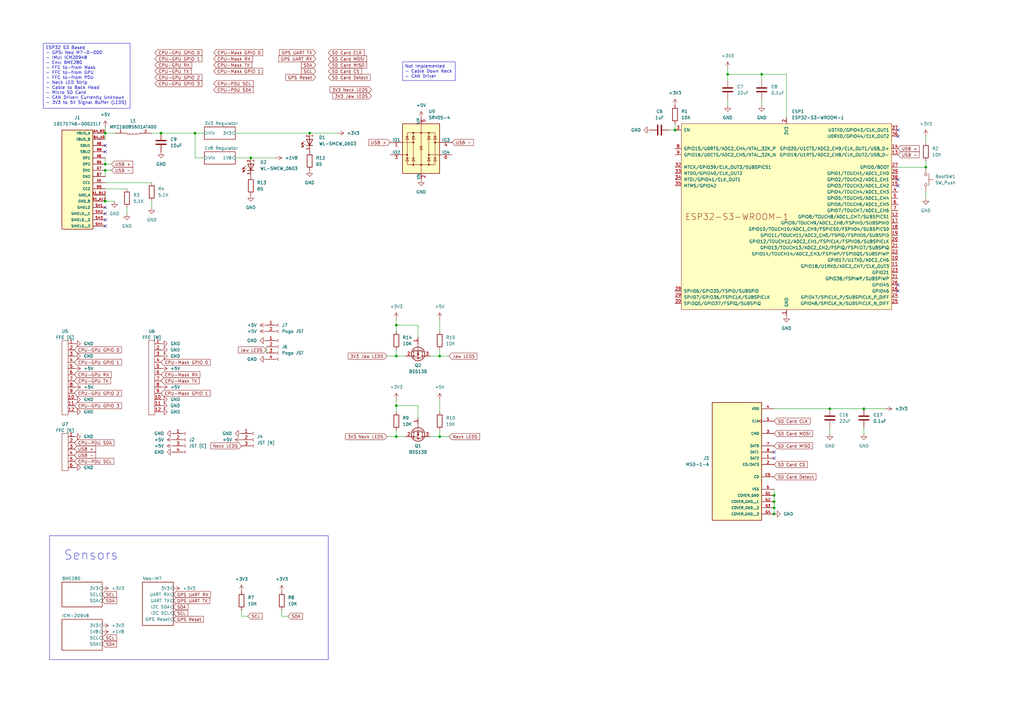
<source format=kicad_sch>
(kicad_sch (version 20231120) (generator "eeschema") (generator_version "8.0")
  (paper "A3")
  (junction (at 127 54.61))
  (junction (at 312.42 30.48))
  (junction (at 162.56 133.35))
  (junction (at 80.01 54.61))
  (junction (at 102.87 64.77))
  (junction (at 162.56 166.37))
  (junction (at 276.86 53.34))
  (junction (at 354.33 167.64))
  (junction (at 340.36 167.64))
  (junction (at 162.56 179.07))
  (junction (at 317.5 205.74))
  (junction (at 379.73 68.58))
  (junction (at 43.18 82.55))
  (junction (at 180.34 179.07))
  (junction (at 162.56 146.05))
  (junction (at 43.18 67.31))
  (junction (at 43.18 54.61))
  (junction (at 298.45 30.48))
  (junction (at 180.34 146.05))
  (junction (at 43.18 69.85))
  (junction (at 66.04 54.61))
  (junction (at 317.5 208.28))
  (junction (at 317.5 210.82))
  (junction (at 317.5 203.2))
  (no_connect (at 43.18 90.17))
  (no_connect (at 43.18 87.63))
  (no_connect (at 317.5 187.96))
  (no_connect (at 317.5 185.42))
  (no_connect (at 368.3 116.84))
  (no_connect (at 368.3 76.2))
  (no_connect (at 43.18 85.09))
  (no_connect (at 43.18 59.69))
  (no_connect (at 43.18 62.23))
  (no_connect (at 368.3 55.88))
  (no_connect (at 368.3 73.66))
  (no_connect (at 43.18 92.71))
  (no_connect (at 368.3 53.34))
  (no_connect (at 368.3 119.38))
  (wire (pts (xy 317.5 210.82) (xy 317.5 208.28)))
  (wire (pts (xy 80.01 64.77) (xy 80.01 54.61)))
  (wire (pts (xy 317.5 167.64) (xy 340.36 167.64)))
  (wire (pts (xy 312.42 40.64) (xy 312.42 43.18)))
  (wire (pts (xy 162.56 143.51) (xy 162.56 146.05)))
  (wire (pts (xy 322.58 30.48) (xy 322.58 48.26)))
  (wire (pts (xy 368.3 68.58) (xy 379.73 68.58)))
  (wire (pts (xy 158.75 146.05) (xy 162.56 146.05)))
  (wire (pts (xy 43.18 74.93) (xy 62.23 74.93)))
  (wire (pts (xy 45.72 67.31) (xy 43.18 67.31)))
  (wire (pts (xy 62.23 54.61) (xy 66.04 54.61)))
  (wire (pts (xy 99.06 252.73) (xy 99.06 250.19)))
  (wire (pts (xy 109.22 142.24) (xy 109.22 144.78)))
  (wire (pts (xy 171.45 171.45) (xy 171.45 166.37)))
  (wire (pts (xy 171.45 166.37) (xy 162.56 166.37)))
  (wire (pts (xy 312.42 30.48) (xy 322.58 30.48)))
  (wire (pts (xy 298.45 27.94) (xy 298.45 30.48)))
  (wire (pts (xy 43.18 52.07) (xy 43.18 54.61)))
  (wire (pts (xy 317.5 205.74) (xy 317.5 208.28)))
  (wire (pts (xy 118.11 252.73) (xy 115.57 252.73)))
  (wire (pts (xy 162.56 130.81) (xy 162.56 133.35)))
  (wire (pts (xy 312.42 30.48) (xy 312.42 33.02)))
  (wire (pts (xy 46.99 82.55) (xy 43.18 82.55)))
  (wire (pts (xy 298.45 30.48) (xy 312.42 30.48)))
  (wire (pts (xy 180.34 176.53) (xy 180.34 179.07)))
  (wire (pts (xy 162.56 176.53) (xy 162.56 179.07)))
  (wire (pts (xy 43.18 64.77) (xy 43.18 67.31)))
  (wire (pts (xy 171.45 133.35) (xy 162.56 133.35)))
  (wire (pts (xy 43.18 57.15) (xy 43.18 54.61)))
  (wire (pts (xy 276.86 50.8) (xy 276.86 53.34)))
  (wire (pts (xy 127 54.61) (xy 138.43 54.61)))
  (wire (pts (xy 340.36 167.64) (xy 354.33 167.64)))
  (wire (pts (xy 66.04 54.61) (xy 80.01 54.61)))
  (wire (pts (xy 162.56 179.07) (xy 166.37 179.07)))
  (wire (pts (xy 180.34 146.05) (xy 176.53 146.05)))
  (wire (pts (xy 340.36 175.26) (xy 340.36 177.8)))
  (wire (pts (xy 298.45 40.64) (xy 298.45 43.18)))
  (wire (pts (xy 162.56 133.35) (xy 162.56 135.89)))
  (wire (pts (xy 180.34 143.51) (xy 180.34 146.05)))
  (wire (pts (xy 102.87 64.77) (xy 96.52 64.77)))
  (wire (pts (xy 43.18 82.55) (xy 43.18 80.01)))
  (wire (pts (xy 184.15 146.05) (xy 180.34 146.05)))
  (wire (pts (xy 162.56 163.83) (xy 162.56 166.37)))
  (wire (pts (xy 379.73 81.28) (xy 379.73 78.74)))
  (wire (pts (xy 379.73 55.88) (xy 379.73 58.42)))
  (wire (pts (xy 298.45 30.48) (xy 298.45 33.02)))
  (wire (pts (xy 171.45 138.43) (xy 171.45 133.35)))
  (wire (pts (xy 62.23 82.55) (xy 62.23 85.09)))
  (wire (pts (xy 354.33 175.26) (xy 354.33 177.8)))
  (wire (pts (xy 180.34 163.83) (xy 180.34 168.91)))
  (wire (pts (xy 99.06 252.73) (xy 101.6 252.73)))
  (wire (pts (xy 180.34 130.81) (xy 180.34 135.89)))
  (wire (pts (xy 317.5 203.2) (xy 317.5 205.74)))
  (wire (pts (xy 180.34 179.07) (xy 176.53 179.07)))
  (wire (pts (xy 162.56 146.05) (xy 166.37 146.05)))
  (wire (pts (xy 127 54.61) (xy 96.52 54.61)))
  (wire (pts (xy 83.82 64.77) (xy 80.01 64.77)))
  (wire (pts (xy 184.15 179.07) (xy 180.34 179.07)))
  (wire (pts (xy 43.18 77.47) (xy 52.07 77.47)))
  (wire (pts (xy 80.01 54.61) (xy 83.82 54.61)))
  (wire (pts (xy 379.73 66.04) (xy 379.73 68.58)))
  (wire (pts (xy 158.75 179.07) (xy 162.56 179.07)))
  (wire (pts (xy 43.18 54.61) (xy 46.99 54.61)))
  (wire (pts (xy 162.56 166.37) (xy 162.56 168.91)))
  (wire (pts (xy 115.57 252.73) (xy 115.57 250.19)))
  (wire (pts (xy 43.18 69.85) (xy 43.18 72.39)))
  (wire (pts (xy 102.87 64.77) (xy 113.03 64.77)))
  (wire (pts (xy 317.5 200.66) (xy 317.5 203.2)))
  (wire (pts (xy 274.32 53.34) (xy 276.86 53.34)))
  (wire (pts (xy 45.72 69.85) (xy 43.18 69.85)))
  (wire (pts (xy 52.07 85.09) (xy 52.07 87.63)))
  (wire (pts (xy 363.22 167.64) (xy 354.33 167.64)))
  (rectangle (start 20.32 219.71) (end 134.62 270.51))
  (text_box "Not Implemented\n- Cable Down Neck\n- CAN Driver" (at 165.1 25.4 0) (size 21.59 7.62) (effects (font (size 1.27 1.27)) (justify left top)))
  (text_box "ESP32 S3 Based\n- GPS: Neo M7-0-000\n- IMU: ICM20948\n- Env: BME280\n- FFC to-from Mask\n- FFC to-from GPU\n- FFC to-from PDU\n- Neck LED Strip\n- Cable to Back Head\n- Micro SD Card\n- CAN Driver: Currently Unknown\n- 3V3 to 5V Signal Buffer (LEDS)" (at 17.78 17.78 0) (size 35.56 26.67) (effects (font (size 1.27 1.27)) (justify left top)))
  (text "Sensors" (at 37.338 227.838 0) (effects (font (size 3.81 3.81))))
  (global_label "SDA" (shape input) (at 41.91 246.38 0) (property "Intersheetrefs" "${INTERSHEET_REFS}" (effects (hide yes))))
  (global_label "GPS Reset" (shape input) (at 71.12 254 0) (property "Intersheetrefs" "${INTERSHEET_REFS}" (effects (hide yes))))
  (global_label "GPS UART RX" (shape input) (at 71.12 243.84 0) (property "Intersheetrefs" "${INTERSHEET_REFS}" (effects (hide yes))))
  (global_label "CPU-GPU GPIO 3" (shape input) (at 63.5 34.29 0) (property "Intersheetrefs" "${INTERSHEET_REFS}" (effects (hide yes))))
  (global_label "SD Card MISO" (shape input) (at 317.5 182.88 0) (property "Intersheetrefs" "${INTERSHEET_REFS}" (effects (hide yes))))
  (global_label "CPU-Mask TX" (shape input) (at 87.63 26.67 0) (property "Intersheetrefs" "${INTERSHEET_REFS}" (effects (hide yes))))
  (global_label "GPS UART TX" (shape input) (at 71.12 246.38 0) (property "Intersheetrefs" "${INTERSHEET_REFS}" (effects (hide yes))))
  (global_label "USB +" (shape input) (at 30.48 184.15 0) (property "Intersheetrefs" "${INTERSHEET_REFS}" (effects (hide yes))))
  (global_label "CPU-GPU GPIO 1" (shape input) (at 30.48 148.59 0) (property "Intersheetrefs" "${INTERSHEET_REFS}" (effects (hide yes))))
  (global_label "CPU-Mask GPIO 0" (shape input) (at 87.63 21.59 0) (property "Intersheetrefs" "${INTERSHEET_REFS}" (effects (hide yes))))
  (global_label "CPU-GPU GPIO 3" (shape input) (at 30.48 166.37 0) (property "Intersheetrefs" "${INTERSHEET_REFS}" (effects (hide yes))))
  (global_label "CPU-GPU GPIO 0" (shape input) (at 30.48 143.51 0) (property "Intersheetrefs" "${INTERSHEET_REFS}" (effects (hide yes))))
  (global_label "SD Card MOSI" (shape input) (at 317.5 177.8 0) (property "Intersheetrefs" "${INTERSHEET_REFS}" (effects (hide yes))))
  (global_label "CPU-GPU TX" (shape input) (at 63.5 29.21 0) (property "Intersheetrefs" "${INTERSHEET_REFS}" (effects (hide yes))))
  (global_label "Neck LEDS" (shape input) (at 99.06 182.88 180) (property "Intersheetrefs" "${INTERSHEET_REFS}" (effects (hide yes))))
  (global_label "SD Card MISO" (shape input) (at 134.62 26.67 0) (property "Intersheetrefs" "${INTERSHEET_REFS}" (effects (hide yes))))
  (global_label "SD Card CLK" (shape input) (at 134.62 21.59 0) (property "Intersheetrefs" "${INTERSHEET_REFS}" (effects (hide yes))))
  (global_label "USB -" (shape input) (at 368.3 63.5 0) (property "Intersheetrefs" "${INTERSHEET_REFS}" (effects (hide yes))))
  (global_label "USB +" (shape input) (at 160.02 58.42 180) (property "Intersheetrefs" "${INTERSHEET_REFS}" (effects (hide yes))))
  (global_label "3V3 Neck LEDS" (shape input) (at 152.4 36.83 180) (property "Intersheetrefs" "${INTERSHEET_REFS}" (effects (hide yes))))
  (global_label "USB -" (shape input) (at 45.72 69.85 0) (property "Intersheetrefs" "${INTERSHEET_REFS}" (effects (hide yes))))
  (global_label "CPU-GPU GPIO 2" (shape input) (at 30.48 161.29 0) (property "Intersheetrefs" "${INTERSHEET_REFS}" (effects (hide yes))))
  (global_label "SCL" (shape input) (at 41.91 243.84 0) (property "Intersheetrefs" "${INTERSHEET_REFS}" (effects (hide yes))))
  (global_label "CPU-Mask TX" (shape input) (at 66.04 156.21 0) (property "Intersheetrefs" "${INTERSHEET_REFS}" (effects (hide yes))))
  (global_label "CPU-Mask GPIO 1" (shape input) (at 66.04 161.29 0) (property "Intersheetrefs" "${INTERSHEET_REFS}" (effects (hide yes))))
  (global_label "GPS Reset" (shape input) (at 129.54 31.75 180) (property "Intersheetrefs" "${INTERSHEET_REFS}" (effects (hide yes))))
  (global_label "CPU-GPU RX" (shape input) (at 63.5 26.67 0) (property "Intersheetrefs" "${INTERSHEET_REFS}" (effects (hide yes))))
  (global_label "CPU-PDU SDA" (shape input) (at 87.63 36.83 0) (property "Intersheetrefs" "${INTERSHEET_REFS}" (effects (hide yes))))
  (global_label "SD Card Detect" (shape input) (at 134.62 31.75 0) (property "Intersheetrefs" "${INTERSHEET_REFS}" (effects (hide yes))))
  (global_label "3V3 Neck LEDS" (shape input) (at 158.75 179.07 180) (property "Intersheetrefs" "${INTERSHEET_REFS}" (effects (hide yes))))
  (global_label "CPU-Mask RX" (shape input) (at 66.04 153.67 0) (property "Intersheetrefs" "${INTERSHEET_REFS}" (effects (hide yes))))
  (global_label "SD Card Detect" (shape input) (at 317.5 195.58 0) (property "Intersheetrefs" "${INTERSHEET_REFS}" (effects (hide yes))))
  (global_label "CPU-PDU SCL" (shape input) (at 87.63 34.29 0) (property "Intersheetrefs" "${INTERSHEET_REFS}" (effects (hide yes))))
  (global_label "SCL" (shape input) (at 71.12 251.46 0) (property "Intersheetrefs" "${INTERSHEET_REFS}" (effects (hide yes))))
  (global_label "CPU-PDU SCL" (shape input) (at 30.48 189.23 0) (property "Intersheetrefs" "${INTERSHEET_REFS}" (effects (hide yes))))
  (global_label "GPS UART TX" (shape input) (at 129.54 21.59 180) (property "Intersheetrefs" "${INTERSHEET_REFS}" (effects (hide yes))))
  (global_label "SD Card CS" (shape input) (at 134.62 29.21 0) (property "Intersheetrefs" "${INTERSHEET_REFS}" (effects (hide yes))))
  (global_label "CPU-Mask RX" (shape input) (at 87.63 24.13 0) (property "Intersheetrefs" "${INTERSHEET_REFS}" (effects (hide yes))))
  (global_label "SD Card CS" (shape input) (at 317.5 190.5 0) (property "Intersheetrefs" "${INTERSHEET_REFS}" (effects (hide yes))))
  (global_label "SDA" (shape input) (at 118.11 252.73 0) (property "Intersheetrefs" "${INTERSHEET_REFS}" (effects (hide yes))))
  (global_label "3V3 Jaw LEDS" (shape input) (at 152.4 39.37 180) (property "Intersheetrefs" "${INTERSHEET_REFS}" (effects (hide yes))))
  (global_label "SCL" (shape input) (at 41.91 261.62 0) (property "Intersheetrefs" "${INTERSHEET_REFS}" (effects (hide yes))))
  (global_label "SD Card MOSI" (shape input) (at 134.62 24.13 0) (property "Intersheetrefs" "${INTERSHEET_REFS}" (effects (hide yes))))
  (global_label "CPU-GPU GPIO 1" (shape input) (at 63.5 24.13 0) (property "Intersheetrefs" "${INTERSHEET_REFS}" (effects (hide yes))))
  (global_label "Jaw LEDS" (shape input) (at 109.22 143.51 180) (property "Intersheetrefs" "${INTERSHEET_REFS}" (effects (hide yes))))
  (global_label "USB +" (shape input) (at 45.72 67.31 0) (property "Intersheetrefs" "${INTERSHEET_REFS}" (effects (hide yes))))
  (global_label "USB -" (shape input) (at 30.48 186.69 0) (property "Intersheetrefs" "${INTERSHEET_REFS}" (effects (hide yes))))
  (global_label "SDA" (shape input) (at 71.12 248.92 0) (property "Intersheetrefs" "${INTERSHEET_REFS}" (effects (hide yes))))
  (global_label "GPS UART RX" (shape input) (at 129.54 24.13 180) (property "Intersheetrefs" "${INTERSHEET_REFS}" (effects (hide yes))))
  (global_label "3V3 Jaw LEDS" (shape input) (at 158.75 146.05 180) (property "Intersheetrefs" "${INTERSHEET_REFS}" (effects (hide yes))))
  (global_label "SCL" (shape input) (at 129.54 29.21 180) (property "Intersheetrefs" "${INTERSHEET_REFS}" (effects (hide yes))))
  (global_label "SDA" (shape input) (at 129.54 26.67 180) (property "Intersheetrefs" "${INTERSHEET_REFS}" (effects (hide yes))))
  (global_label "CPU-Mask GPIO 0" (shape input) (at 66.04 148.59 0) (property "Intersheetrefs" "${INTERSHEET_REFS}" (effects (hide yes))))
  (global_label "SD Card CLK" (shape input) (at 317.5 172.72 0) (property "Intersheetrefs" "${INTERSHEET_REFS}" (effects (hide yes))))
  (global_label "USB +" (shape input) (at 368.3 60.96 0) (property "Intersheetrefs" "${INTERSHEET_REFS}" (effects (hide yes))))
  (global_label "CPU-GPU RX" (shape input) (at 30.48 153.67 0) (property "Intersheetrefs" "${INTERSHEET_REFS}" (effects (hide yes))))
  (global_label "CPU-PDU SDA" (shape input) (at 30.48 181.61 0) (property "Intersheetrefs" "${INTERSHEET_REFS}" (effects (hide yes))))
  (global_label "SCL" (shape input) (at 101.6 252.73 0) (property "Intersheetrefs" "${INTERSHEET_REFS}" (effects (hide yes))))
  (global_label "CPU-GPU GPIO 2" (shape input) (at 63.5 31.75 0) (property "Intersheetrefs" "${INTERSHEET_REFS}" (effects (hide yes))))
  (global_label "CPU-Mask GPIO 1" (shape input) (at 87.63 29.21 0) (property "Intersheetrefs" "${INTERSHEET_REFS}" (effects (hide yes))))
  (global_label "Neck LEDS" (shape input) (at 184.15 179.07 0) (property "Intersheetrefs" "${INTERSHEET_REFS}" (effects (hide yes))))
  (global_label "USB -" (shape input) (at 185.42 58.42 0) (property "Intersheetrefs" "${INTERSHEET_REFS}" (effects (hide yes))))
  (global_label "CPU-GPU TX" (shape input) (at 30.48 156.21 0) (property "Intersheetrefs" "${INTERSHEET_REFS}" (effects (hide yes))))
  (global_label "CPU-GPU GPIO 0" (shape input) (at 63.5 21.59 0) (property "Intersheetrefs" "${INTERSHEET_REFS}" (effects (hide yes))))
  (global_label "SDA" (shape input) (at 41.91 264.16 0) (property "Intersheetrefs" "${INTERSHEET_REFS}" (effects (hide yes))))
  (global_label "Jaw LEDS" (shape input) (at 184.15 146.05 0) (property "Intersheetrefs" "${INTERSHEET_REFS}" (effects (hide yes))))
  (symbol (lib_id "Device:C") (at 66.04 58.42 0) (unit 1)
    (property "Reference" "C9" (at 69.85 57.1499 0) (effects (justify left)))
    (property "Value" "10uF" (at 69.85 59.6899 0) (effects (justify left)))
    (property "Footprint" "Capacitor_SMD:C_0603_1608Metric" (effects (hide yes)))
    (property "Description" "Unpolarized capacitor" (effects (hide yes)))
  )
  (symbol (lib_id "power:GND") (at 340.36 177.8 0) (unit 1)
    (property "Reference" "#PWR076" (effects (hide yes)))
    (property "Value" "GND" (at 340.36 182.88 0))
    (property "Description" "Power symbol creates a global label with name \"GND\" , ground" (effects (hide yes)))
  )
  (symbol (lib_id "power:+3V3") (at 41.91 241.3 270) (unit 1)
    (property "Reference" "#PWR01" (effects (hide yes)))
    (property "Value" "+3V3" (at 45.72 241.2999 90) (effects (justify left)))
    (property "Description" "Power symbol creates a global label with name \"+3V3\"" (effects (hide yes)))
  )
  (symbol (lib_id "power:GND") (at 71.12 177.8 270) (unit 1)
    (property "Reference" "#PWR058" (effects (hide yes)))
    (property "Value" "GND" (at 67.31 177.7999 90) (effects (justify right)))
    (property "Description" "Power symbol creates a global label with name \"GND\" , ground" (effects (hide yes)))
  )
  (symbol (lib_id "power:GND") (at 109.22 139.7 270) (unit 1)
    (property "Reference" "#PWR078" (effects (hide yes)))
    (property "Value" "GND" (at 105.41 139.6999 90) (effects (justify right)))
    (property "Description" "Power symbol creates a global label with name \"GND\" , ground" (effects (hide yes)))
  )
  (symbol (lib_id "Device:R") (at 379.73 62.23 0) (unit 1)
    (property "Reference" "R2" (at 382.27 60.9599 0) (effects (justify left)))
    (property "Value" "10K" (at 382.27 63.4999 0) (effects (justify left)))
    (property "Footprint" "Resistor_SMD:R_0603_1608Metric" (effects (hide yes)))
    (property "Description" "Resistor" (effects (hide yes)))
  )
  (symbol (lib_id "power:GND") (at 298.45 43.18 0) (unit 1)
    (property "Reference" "#PWR017" (effects (hide yes)))
    (property "Value" "GND" (at 298.45 48.26 0))
    (property "Description" "Power symbol creates a global label with name \"GND\" , ground" (effects (hide yes)))
  )
  (symbol (lib_id "Device:R") (at 102.87 76.2 0) (unit 1)
    (property "Reference" "R13" (at 105.41 74.9299 0) (effects (justify left)))
    (property "Value" "65" (at 105.41 77.4699 0) (effects (justify left)))
    (property "Footprint" "Resistor_SMD:R_0603_1608Metric_Pad0.98x0.95mm_HandSolder" (effects (hide yes)))
    (property "Description" "Resistor" (effects (hide yes)))
  )
  (symbol (lib_id "LED_Red_SMD:WL-SMCW_0603") (at 102.87 69.85 90) (unit 1)
    (property "Reference" "D2" (at 106.68 66.5616 90) (effects (justify right)))
    (property "Value" "WL-SMCW_0603" (at 106.68 69.1016 90) (effects (justify right)))
    (property "Footprint" "LED_Red_SMD:WL-SMCW_0603" (effects (hide yes)))
  )
  (symbol (lib_id "Device:R") (at 162.56 139.7 0) (unit 1)
    (property "Reference" "R14" (at 165.1 138.4299 0) (effects (justify left)))
    (property "Value" "10K" (at 165.1 140.9699 0) (effects (justify left)))
    (property "Footprint" "Resistor_SMD:R_0603_1608Metric_Pad0.98x0.95mm_HandSolder" (effects (hide yes)))
    (property "Description" "Resistor" (effects (hide yes)))
  )
  (symbol (lib_id "power:GND") (at 322.58 129.54 0) (unit 1)
    (property "Reference" "#PWR019" (effects (hide yes)))
    (property "Value" "GND" (at 322.58 134.62 0))
    (property "Description" "Power symbol creates a global label with name \"GND\" , ground" (effects (hide yes)))
  )
  (symbol (lib_id "power:+3V3") (at 41.91 256.54 270) (unit 1)
    (property "Reference" "#PWR02" (effects (hide yes)))
    (property "Value" "+3V3" (at 45.72 256.5399 90) (effects (justify left)))
    (property "Description" "Power symbol creates a global label with name \"+3V3\"" (effects (hide yes)))
  )
  (symbol (lib_id "Device:R") (at 99.06 246.38 0) (unit 1)
    (property "Reference" "R7" (at 101.6 245.1099 0) (effects (justify left)))
    (property "Value" "10K" (at 101.6 247.6499 0) (effects (justify left)))
    (property "Footprint" "Resistor_SMD:R_0603_1608Metric_Pad0.98x0.95mm_HandSolder" (effects (hide yes)))
    (property "Description" "Resistor" (effects (hide yes)))
  )
  (symbol (lib_id "power:+3V3") (at 162.56 163.83 0) (unit 1)
    (property "Reference" "#PWR071" (effects (hide yes)))
    (property "Value" "+3V3" (at 162.56 158.75 0))
    (property "Description" "Power symbol creates a global label with name \"+3V3\"" (effects (hide yes)))
  )
  (symbol (lib_id "power:GND") (at 66.04 143.51 90) (unit 1)
    (property "Reference" "#PWR042" (effects (hide yes)))
    (property "Value" "GND" (at 69.85 143.5099 90) (effects (justify right)))
    (property "Description" "Power symbol creates a global label with name \"GND\" , ground" (effects (hide yes)))
  )
  (symbol (lib_id "power:GND") (at 66.04 168.91 90) (unit 1)
    (property "Reference" "#PWR044" (effects (hide yes)))
    (property "Value" "GND" (at 69.85 168.9099 90) (effects (justify right)))
    (property "Description" "Power symbol creates a global label with name \"GND\" , ground" (effects (hide yes)))
  )
  (symbol (lib_id "Connector:Conn_01x04_Socket") (at 76.2 180.34 0) (unit 1)
    (property "Reference" "J2" (at 77.47 180.3399 0) (effects (justify left)))
    (property "Value" "JST [C]" (at 77.47 182.8799 0) (effects (justify left)))
    (property "Footprint" "Connector_Molex:Molex_PicoBlade_53048-0410_1x04_P1.25mm_Horizontal" (effects (hide yes)))
    (property "Description" "Generic connector, single row, 01x04, script generated" (effects (hide yes)))
  )
  (symbol (lib_id "power:+3V3") (at 363.22 167.64 270) (unit 1)
    (property "Reference" "#PWR063" (effects (hide yes)))
    (property "Value" "+3V3" (at 367.03 167.6399 90) (effects (justify left)))
    (property "Description" "Power symbol creates a global label with name \"+3V3\"" (effects (hide yes)))
  )
  (symbol (lib_id "power:+3V3") (at 71.12 241.3 270) (unit 1)
    (property "Reference" "#PWR060" (effects (hide yes)))
    (property "Value" "+3V3" (at 74.93 241.2999 90) (effects (justify left)))
    (property "Description" "Power symbol creates a global label with name \"+3V3\"" (effects (hide yes)))
  )
  (symbol (lib_id "power:GND") (at 379.73 81.28 0) (unit 1)
    (property "Reference" "#PWR021" (effects (hide yes)))
    (property "Value" "GND" (at 379.73 86.36 0))
    (property "Description" "Power symbol creates a global label with name \"GND\" , ground" (effects (hide yes)))
  )
  (symbol (lib_id "MicroSD_MSD_1_A:MSD-1-A") (at 302.26 185.42 0) (mirror y) (unit 1)
    (property "Reference" "J3" (at 290.83 187.9599 0) (effects (justify left)))
    (property "Value" "MSD-1-A" (at 290.83 190.4999 0) (effects (justify left)))
    (property "Footprint" "MicroSD_MSD_1_A:CUI_MSD-1-A" (effects (hide yes)))
    (property "PARTREV" "1.0" (effects (hide yes)))
    (property "STANDARD" "Manufacturer Recommendations" (effects (hide yes)))
    (property "MAXIMUM_PACKAGE_HEIGHT" "2.00mm" (effects (hide yes)))
    (property "MANUFACTURER" "CUI Devices" (effects (hide yes)))
  )
  (symbol (lib_id "power:+5V") (at 109.22 133.35 90) (unit 1)
    (property "Reference" "#PWR080" (effects (hide yes)))
    (property "Value" "+5V" (at 105.41 133.3499 90) (effects (justify left)))
    (property "Description" "Power symbol creates a global label with name \"+5V\"" (effects (hide yes)))
  )
  (symbol (lib_id "Device:R") (at 127 66.04 0) (unit 1)
    (property "Reference" "R12" (at 129.54 64.7699 0) (effects (justify left)))
    (property "Value" "65" (at 129.54 67.3099 0) (effects (justify left)))
    (property "Footprint" "Resistor_SMD:R_0603_1608Metric_Pad0.98x0.95mm_HandSolder" (effects (hide yes)))
    (property "Description" "Resistor" (effects (hide yes)))
  )
  (symbol (lib_id "Connector:Conn_01x03_Socket") (at 104.14 180.34 0) (unit 1)
    (property "Reference" "J4" (at 105.41 179.0699 0) (effects (justify left)))
    (property "Value" "JST [N]" (at 105.41 181.6099 0) (effects (justify left)))
    (property "Footprint" "Connector_Molex:Molex_PicoBlade_53048-0310_1x03_P1.25mm_Horizontal" (effects (hide yes)))
    (property "Description" "Generic connector, single row, 01x03, script generated" (effects (hide yes)))
  )
  (symbol (lib_id "power:+5V") (at 99.06 180.34 90) (unit 1)
    (property "Reference" "#PWR064" (effects (hide yes)))
    (property "Value" "+5V" (at 95.25 180.3399 90) (effects (justify left)))
    (property "Description" "Power symbol creates a global label with name \"+5V\"" (effects (hide yes)))
  )
  (symbol (lib_id "Power_Protection:SRV05-4") (at 172.72 60.96 0) (unit 1)
    (property "Reference" "U9" (at 175.7365 45.72 0) (effects (justify left)))
    (property "Value" "SRV05-4" (at 175.7365 48.26 0) (effects (justify left)))
    (property "Footprint" "Package_TO_SOT_SMD:SOT-23-6" (effects (hide yes)))
    (property "Datasheet" "http://www.onsemi.com/pub/Collateral/SRV05-4-D.PDF" (effects (hide yes)))
    (property "Description" "ESD Protection Diodes with Low Clamping Voltage, SOT-23-6" (effects (hide yes)))
  )
  (symbol (lib_id "power:+5V") (at 30.48 158.75 270) (unit 1)
    (property "Reference" "#PWR049" (effects (hide yes)))
    (property "Value" "+5V" (at 34.29 158.7499 90) (effects (justify left)))
    (property "Description" "Power symbol creates a global label with name \"+5V\"" (effects (hide yes)))
  )
  (symbol (lib_id "power:GND") (at 127 69.85 0) (unit 1)
    (property "Reference" "#PWR074" (effects (hide yes)))
    (property "Value" "GND" (at 127 74.93 0))
    (property "Description" "Power symbol creates a global label with name \"GND\" , ground" (effects (hide yes)))
  )
  (symbol (lib_id "Connector:Conn_01x04_Socket") (at 114.3 142.24 0) (unit 1)
    (property "Reference" "J6" (at 115.57 142.2399 0) (effects (justify left)))
    (property "Value" "Pogo JST" (at 115.57 144.7799 0) (effects (justify left)))
    (property "Footprint" "Connector_Molex:Molex_PicoBlade_53048-0410_1x04_P1.25mm_Horizontal" (effects (hide yes)))
    (property "Description" "Generic connector, single row, 01x04, script generated" (effects (hide yes)))
  )
  (symbol (lib_id "power:GND") (at 172.72 73.66 0) (unit 1)
    (property "Reference" "#PWR070" (effects (hide yes)))
    (property "Value" "GND" (at 172.72 78.74 0))
    (property "Description" "Power symbol creates a global label with name \"GND\" , ground" (effects (hide yes)))
  )
  (symbol (lib_id "power:GND") (at 71.12 185.42 270) (unit 1)
    (property "Reference" "#PWR059" (effects (hide yes)))
    (property "Value" "GND" (at 67.31 185.4199 90) (effects (justify right)))
    (property "Description" "Power symbol creates a global label with name \"GND\" , ground" (effects (hide yes)))
  )
  (symbol (lib_id "power:GND") (at 66.04 62.23 0) (unit 1)
    (property "Reference" "#PWR025" (effects (hide yes)))
    (property "Value" "GND" (at 66.04 67.31 0))
    (property "Description" "Power symbol creates a global label with name \"GND\" , ground" (effects (hide yes)))
  )
  (symbol (lib_id "Device:C") (at 354.33 171.45 0) (unit 1)
    (property "Reference" "C17" (at 358.14 170.1799 0) (effects (justify left)))
    (property "Value" "0.1uF" (at 358.14 172.7199 0) (effects (justify left)))
    (property "Footprint" "Capacitor_SMD:C_0603_1608Metric_Pad1.08x0.95mm_HandSolder" (effects (hide yes)))
    (property "Description" "Unpolarized capacitor" (effects (hide yes)))
  )
  (symbol (lib_id "FCC_Connector:FFC_12P") (at 62.23 154.94 0) (unit 1)
    (property "Reference" "U6" (at 62.23 135.89 0))
    (property "Value" "FFC [M]" (at 62.23 138.43 0))
    (property "Footprint" "FFC_Connector:FFC Aliexpress 0.5mm 12P" (effects (hide yes)))
  )
  (symbol (lib_id "power:+3V3") (at 162.56 130.81 0) (unit 1)
    (property "Reference" "#PWR082" (effects (hide yes)))
    (property "Value" "+3V3" (at 162.56 125.73 0))
    (property "Description" "Power symbol creates a global label with name \"+3V3\"" (effects (hide yes)))
  )
  (symbol (lib_id "power:+5V") (at 180.34 130.81 0) (unit 1)
    (property "Reference" "#PWR083" (effects (hide yes)))
    (property "Value" "+5V" (at 180.34 125.73 0))
    (property "Description" "Power symbol creates a global label with name \"+5V\"" (effects (hide yes)))
  )
  (symbol (lib_id "power:+5V") (at 43.18 52.07 0) (unit 1)
    (property "Reference" "#PWR047" (effects (hide yes)))
    (property "Value" "+5V" (at 43.18 46.99 0))
    (property "Description" "Power symbol creates a global label with name \"+5V\"" (effects (hide yes)))
  )
  (symbol (lib_id "power:GND") (at 30.48 168.91 90) (unit 1)
    (property "Reference" "#PWR040" (effects (hide yes)))
    (property "Value" "GND" (at 34.29 168.9099 90) (effects (justify right)))
    (property "Description" "Power symbol creates a global label with name \"GND\" , ground" (effects (hide yes)))
  )
  (symbol (lib_id "power:GND") (at 102.87 80.01 0) (unit 1)
    (property "Reference" "#PWR075" (effects (hide yes)))
    (property "Value" "GND" (at 102.87 85.09 0))
    (property "Description" "Power symbol creates a global label with name \"GND\" , ground" (effects (hide yes)))
  )
  (symbol (lib_id "Device:C") (at 312.42 36.83 0) (unit 1)
    (property "Reference" "C8" (at 316.23 35.5599 0) (effects (justify left)))
    (property "Value" "0.1uF" (at 316.23 38.0999 0) (effects (justify left)))
    (property "Footprint" "Capacitor_SMD:C_0603_1608Metric_Pad1.08x0.95mm_HandSolder" (effects (hide yes)))
    (property "Description" "Unpolarized capacitor" (effects (hide yes)))
  )
  (symbol (lib_id "power:GND") (at 30.48 140.97 90) (unit 1)
    (property "Reference" "#PWR037" (effects (hide yes)))
    (property "Value" "GND" (at 34.29 140.9699 90) (effects (justify right)))
    (property "Description" "Power symbol creates a global label with name \"GND\" , ground" (effects (hide yes)))
  )
  (symbol (lib_id "Ferrite_Bead_MPZ1608S601ATA00:MPZ1608S601ATA00") (at 54.61 54.61 0) (unit 1)
    (property "Reference" "L1" (at 54.61 49.53 0))
    (property "Value" "MPZ1608S601ATA00" (at 54.61 52.07 0))
    (property "Footprint" "Ferrite_Bead_MPZ1608S601ATA00:INDC1608X95N" (effects (hide yes)))
  )
  (symbol (lib_id "power:+3V3") (at 379.73 55.88 0) (unit 1)
    (property "Reference" "#PWR020" (effects (hide yes)))
    (property "Value" "+3V3" (at 379.73 50.8 0))
    (property "Description" "Power symbol creates a global label with name \"+3V3\"" (effects (hide yes)))
  )
  (symbol (lib_id "Device:R") (at 276.86 46.99 0) (unit 1)
    (property "Reference" "R1" (at 279.4 45.7199 0) (effects (justify left)))
    (property "Value" "10K" (at 279.4 48.2599 0) (effects (justify left)))
    (property "Footprint" "Resistor_SMD:R_0603_1608Metric" (effects (hide yes)))
    (property "Description" "Resistor" (effects (hide yes)))
  )
  (symbol (lib_id "power:GND") (at 354.33 177.8 0) (unit 1)
    (property "Reference" "#PWR077" (effects (hide yes)))
    (property "Value" "GND" (at 354.33 182.88 0))
    (property "Description" "Power symbol creates a global label with name \"GND\" , ground" (effects (hide yes)))
  )
  (symbol (lib_id "power:GND") (at 312.42 43.18 0) (unit 1)
    (property "Reference" "#PWR018" (effects (hide yes)))
    (property "Value" "GND" (at 312.42 48.26 0))
    (property "Description" "Power symbol creates a global label with name \"GND\" , ground" (effects (hide yes)))
  )
  (symbol (lib_id "Transistor_FET:BSS138") (at 171.45 143.51 270) (unit 1)
    (property "Reference" "Q2" (at 171.45 149.86 90))
    (property "Value" "BSS138" (at 171.45 152.4 90))
    (property "Footprint" "Package_TO_SOT_SMD:SOT-23" (effects (hide yes)))
    (property "Datasheet" "https://www.onsemi.com/pub/Collateral/BSS138-D.PDF" (effects (hide yes)))
    (property "Description" "50V Vds, 0.22A Id, N-Channel MOSFET, SOT-23" (effects (hide yes)))
  )
  (symbol (lib_id "LED_Red_SMD:WL-SMCW_0603") (at 127 59.69 90) (unit 1)
    (property "Reference" "D1" (at 130.81 56.4016 90) (effects (justify right)))
    (property "Value" "WL-SMCW_0603" (at 130.81 58.9416 90) (effects (justify right)))
    (property "Footprint" "LED_Red_SMD:WL-SMCW_0603" (effects (hide yes)))
  )
  (symbol (lib_id "power:+5V") (at 71.12 180.34 90) (unit 1)
    (property "Reference" "#PWR056" (effects (hide yes)))
    (property "Value" "+5V" (at 67.31 180.3399 90) (effects (justify left)))
    (property "Description" "Power symbol creates a global label with name \"+5V\"" (effects (hide yes)))
  )
  (symbol (lib_id "Device:R") (at 62.23 78.74 0) (unit 1)
    (property "Reference" "R4" (at 64.77 77.4699 0) (effects (justify left)))
    (property "Value" "5.1K" (at 64.77 80.0099 0) (effects (justify left)))
    (property "Footprint" "Resistor_SMD:R_0603_1608Metric" (effects (hide yes)))
    (property "Description" "Resistor" (effects (hide yes)))
  )
  (symbol (lib_id "Device:R") (at 180.34 172.72 0) (unit 1)
    (property "Reference" "R10" (at 182.88 171.4499 0) (effects (justify left)))
    (property "Value" "10K" (at 182.88 173.9899 0) (effects (justify left)))
    (property "Footprint" "Resistor_SMD:R_0603_1608Metric_Pad0.98x0.95mm_HandSolder" (effects (hide yes)))
    (property "Description" "Resistor" (effects (hide yes)))
  )
  (symbol (lib_id "power:+3V3") (at 138.43 54.61 270) (unit 1)
    (property "Reference" "#PWR026" (effects (hide yes)))
    (property "Value" "+3V3" (at 142.24 54.6099 90) (effects (justify left)))
    (property "Description" "Power symbol creates a global label with name \"+3V3\"" (effects (hide yes)))
  )
  (symbol (lib_id "FCC_Connector:FFC_6P") (at 26.67 185.42 0) (unit 1)
    (property "Reference" "U7" (at 26.67 173.99 0))
    (property "Value" "FFC [K]" (at 26.67 176.53 0))
    (property "Footprint" "FFC_Connector:FFC Aliexpress 0.5mm 6P" (effects (hide yes)))
  )
  (symbol (lib_id "Device:R") (at 180.34 139.7 0) (unit 1)
    (property "Reference" "R15" (at 182.88 138.4299 0) (effects (justify left)))
    (property "Value" "10K" (at 182.88 140.9699 0) (effects (justify left)))
    (property "Footprint" "Resistor_SMD:R_0603_1608Metric_Pad0.98x0.95mm_HandSolder" (effects (hide yes)))
    (property "Description" "Resistor" (effects (hide yes)))
  )
  (symbol (lib_id "Device:R") (at 52.07 81.28 0) (unit 1)
    (property "Reference" "R3" (at 54.61 80.0099 0) (effects (justify left)))
    (property "Value" "5.1K" (at 54.61 82.5499 0) (effects (justify left)))
    (property "Footprint" "Resistor_SMD:R_0603_1608Metric" (effects (hide yes)))
    (property "Description" "Resistor" (effects (hide yes)))
  )
  (symbol (lib_id "power:+5V") (at 30.48 151.13 270) (unit 1)
    (property "Reference" "#PWR048" (effects (hide yes)))
    (property "Value" "+5V" (at 34.29 151.1299 90) (effects (justify left)))
    (property "Description" "Power symbol creates a global label with name \"+5V\"" (effects (hide yes)))
  )
  (symbol (lib_id "power:+3V3") (at 99.06 242.57 0) (unit 1)
    (property "Reference" "#PWR067" (effects (hide yes)))
    (property "Value" "+3V3" (at 99.06 237.49 0))
    (property "Description" "Power symbol creates a global label with name \"+3V3\"" (effects (hide yes)))
  )
  (symbol (lib_id "Device:C") (at 298.45 36.83 0) (unit 1)
    (property "Reference" "C7" (at 302.26 35.5599 0) (effects (justify left)))
    (property "Value" "22uF" (at 302.26 38.0999 0) (effects (justify left)))
    (property "Footprint" "Capacitor_SMD:C_0603_1608Metric_Pad1.08x0.95mm_HandSolder" (effects (hide yes)))
    (property "Description" "Unpolarized capacitor" (effects (hide yes)))
  )
  (symbol (lib_id "Transistor_FET:BSS138") (at 171.45 176.53 270) (unit 1)
    (property "Reference" "Q1" (at 171.45 182.88 90))
    (property "Value" "BSS138" (at 171.45 185.42 90))
    (property "Footprint" "Package_TO_SOT_SMD:SOT-23" (effects (hide yes)))
    (property "Datasheet" "https://www.onsemi.com/pub/Collateral/BSS138-D.PDF" (effects (hide yes)))
    (property "Description" "50V Vds, 0.22A Id, N-Channel MOSFET, SOT-23" (effects (hide yes)))
  )
  (symbol (lib_id "power:GND") (at 266.7 53.34 270) (unit 1)
    (property "Reference" "#PWR014" (effects (hide yes)))
    (property "Value" "GND" (at 262.89 53.3399 90) (effects (justify right)))
    (property "Description" "Power symbol creates a global label with name \"GND\" , ground" (effects (hide yes)))
  )
  (symbol (lib_id "power:GND") (at 66.04 140.97 90) (unit 1)
    (property "Reference" "#PWR041" (effects (hide yes)))
    (property "Value" "GND" (at 69.85 140.9699 90) (effects (justify right)))
    (property "Description" "Power symbol creates a global label with name \"GND\" , ground" (effects (hide yes)))
  )
  (symbol (lib_id "power:GND") (at 30.48 179.07 90) (unit 1)
    (property "Reference" "#PWR045" (effects (hide yes)))
    (property "Value" "GND" (at 34.29 179.0699 90) (effects (justify right)))
    (property "Description" "Power symbol creates a global label with name \"GND\" , ground" (effects (hide yes)))
  )
  (symbol (lib_id "FCC_Connector:FFC_12P") (at 26.67 154.94 0) (unit 1)
    (property "Reference" "U5" (at 26.67 135.89 0))
    (property "Value" "FFC [G]" (at 26.67 138.43 0))
    (property "Footprint" "FFC_Connector:FFC Aliexpress 0.5mm 12P" (effects (hide yes)))
  )
  (symbol (lib_id "power:+5V") (at 66.04 158.75 270) (unit 1)
    (property "Reference" "#PWR051" (effects (hide yes)))
    (property "Value" "+5V" (at 69.85 158.7499 90) (effects (justify left)))
    (property "Description" "Power symbol creates a global label with name \"+5V\"" (effects (hide yes)))
  )
  (symbol (lib_id "power:GND") (at 66.04 166.37 90) (unit 1)
    (property "Reference" "#PWR043" (effects (hide yes)))
    (property "Value" "GND" (at 69.85 166.3699 90) (effects (justify right)))
    (property "Description" "Power symbol creates a global label with name \"GND\" , ground" (effects (hide yes)))
  )
  (symbol (lib_id "power:GND") (at 30.48 163.83 90) (unit 1)
    (property "Reference" "#PWR039" (effects (hide yes)))
    (property "Value" "GND" (at 34.29 163.8299 90) (effects (justify right)))
    (property "Description" "Power symbol creates a global label with name \"GND\" , ground" (effects (hide yes)))
  )
  (symbol (lib_id "Device:C") (at 340.36 171.45 0) (unit 1)
    (property "Reference" "C16" (at 344.17 170.1799 0) (effects (justify left)))
    (property "Value" "22uF" (at 344.17 172.7199 0) (effects (justify left)))
    (property "Footprint" "Capacitor_SMD:C_0603_1608Metric_Pad1.08x0.95mm_HandSolder" (effects (hide yes)))
    (property "Description" "Unpolarized capacitor" (effects (hide yes)))
  )
  (symbol (lib_id "Connector:Conn_01x02_Socket") (at 114.3 133.35 0) (unit 1)
    (property "Reference" "J7" (at 115.57 133.3499 0) (effects (justify left)))
    (property "Value" "Pogo JST" (at 115.57 135.8899 0) (effects (justify left)))
    (property "Footprint" "Connector_Molex:Molex_PicoBlade_53048-0210_1x02_P1.25mm_Horizontal" (effects (hide yes)))
    (property "Description" "Generic connector, single row, 01x02, script generated" (effects (hide yes)))
  )
  (symbol (lib_id "power:GND") (at 99.06 177.8 270) (unit 1)
    (property "Reference" "#PWR066" (effects (hide yes)))
    (property "Value" "GND" (at 95.25 177.7999 90) (effects (justify right)))
    (property "Description" "Power symbol creates a global label with name \"GND\" , ground" (effects (hide yes)))
  )
  (symbol (lib_id "Device:C") (at 270.51 53.34 90) (unit 1)
    (property "Reference" "C6" (at 270.51 45.72 90))
    (property "Value" "1uF" (at 270.51 48.26 90))
    (property "Footprint" "Capacitor_SMD:C_0603_1608Metric" (effects (hide yes)))
    (property "Description" "Unpolarized capacitor" (effects (hide yes)))
  )
  (symbol (lib_id "PCM_Espressif:ESP32-S3-WROOM-1") (at 322.58 88.9 0) (unit 1)
    (property "Reference" "ESP1" (at 324.7741 45.72 0) (effects (justify left)))
    (property "Value" "ESP32-S3-WROOM-1" (at 324.7741 48.26 0) (effects (justify left)))
    (property "Footprint" "PCM_Espressif:ESP32-S3-WROOM-1" (effects (hide yes)))
    (property "Datasheet" "https://www.espressif.com/sites/default/files/documentation/esp32-s3-wroom-1_wroom-1u_datasheet_en.pdf" (effects (hide yes)))
    (property "Description" "2.4 GHz WiFi (802.11 b/g/n) and Bluetooth ® 5 (LE) module Built around ESP32S3 series of SoCs, Xtensa ® dualcore 32bit LX7 microprocessor Flash up to 16 MB, PSRAM up to 8 MB 36 GPIOs, rich set of peripherals Onboard PCB antenna" (effects (hide yes)))
  )
  (symbol (lib_id "power:+3V3") (at 276.86 43.18 0) (unit 1)
    (property "Reference" "#PWR015" (effects (hide yes)))
    (property "Value" "+3V3" (at 276.86 38.1 0))
    (property "Description" "Power symbol creates a global label with name \"+3V3\"" (effects (hide yes)))
  )
  (symbol (lib_id "power:GND") (at 66.04 163.83 90) (unit 1)
    (property "Reference" "#PWR055" (effects (hide yes)))
    (property "Value" "GND" (at 69.85 163.8299 90) (effects (justify right)))
    (property "Description" "Power symbol creates a global label with name \"GND\" , ground" (effects (hide yes)))
  )
  (symbol (lib_id "Device:R") (at 115.57 246.38 0) (unit 1)
    (property "Reference" "R8" (at 118.11 245.1099 0) (effects (justify left)))
    (property "Value" "10K" (at 118.11 247.6499 0) (effects (justify left)))
    (property "Footprint" "Resistor_SMD:R_0603_1608Metric_Pad0.98x0.95mm_HandSolder" (effects (hide yes)))
    (property "Description" "Resistor" (effects (hide yes)))
  )
  (symbol (lib_id "power:+5V") (at 172.72 48.26 0) (unit 1)
    (property "Reference" "#PWR069" (effects (hide yes)))
    (property "Value" "+5V" (at 172.72 43.18 0))
    (property "Description" "Power symbol creates a global label with name \"+5V\"" (effects (hide yes)))
  )
  (symbol (lib_id "power:+5V") (at 180.34 163.83 0) (unit 1)
    (property "Reference" "#PWR072" (effects (hide yes)))
    (property "Value" "+5V" (at 180.34 158.75 0))
    (property "Description" "Power symbol creates a global label with name \"+5V\"" (effects (hide yes)))
  )
  (symbol (lib_id "Switch:SW_Push") (at 379.73 73.66 270) (unit 1)
    (property "Reference" "BootSW1" (at 383.54 72.3899 90) (effects (justify left)))
    (property "Value" "SW_Push" (at 383.54 74.9299 90) (effects (justify left)))
    (property "Footprint" "Button-R-667843:Button-R-667843" (effects (hide yes)))
    (property "Description" "Push button switch, generic, two pins" (effects (hide yes)))
  )
  (symbol (lib_id "power:GND") (at 52.07 87.63 0) (unit 1)
    (property "Reference" "#PWR023" (effects (hide yes)))
    (property "Value" "GND" (at 52.07 92.71 0))
    (property "Description" "Power symbol creates a global label with name \"GND\" , ground" (effects (hide yes)))
  )
  (symbol (lib_id "power:+5V") (at 66.04 151.13 270) (unit 1)
    (property "Reference" "#PWR050" (effects (hide yes)))
    (property "Value" "+5V" (at 69.85 151.1299 90) (effects (justify left)))
    (property "Description" "Power symbol creates a global label with name \"+5V\"" (effects (hide yes)))
  )
  (symbol (lib_id "power:GND") (at 317.5 210.82 90) (unit 1)
    (property "Reference" "#PWR065" (effects (hide yes)))
    (property "Value" "GND" (at 321.31 210.8199 90) (effects (justify right)))
    (property "Description" "Power symbol creates a global label with name \"GND\" , ground" (effects (hide yes)))
  )
  (symbol (lib_id "power:GND") (at 46.99 82.55 0) (unit 1)
    (property "Reference" "#PWR022" (effects (hide yes)))
    (property "Value" "GND" (at 46.99 87.63 0))
    (property "Description" "Power symbol creates a global label with name \"GND\" , ground" (effects (hide yes)))
  )
  (symbol (lib_id "power:+5V") (at 71.12 182.88 90) (unit 1)
    (property "Reference" "#PWR057" (effects (hide yes)))
    (property "Value" "+5V" (at 67.31 182.8799 90) (effects (justify left)))
    (property "Description" "Power symbol creates a global label with name \"+5V\"" (effects (hide yes)))
  )
  (symbol (lib_id "power:+5V") (at 109.22 135.89 90) (unit 1)
    (property "Reference" "#PWR081" (effects (hide yes)))
    (property "Value" "+5V" (at 105.41 135.8899 90) (effects (justify left)))
    (property "Description" "Power symbol creates a global label with name \"+5V\"" (effects (hide yes)))
  )
  (symbol (lib_id "power:GND") (at 62.23 85.09 0) (unit 1)
    (property "Reference" "#PWR024" (effects (hide yes)))
    (property "Value" "GND" (at 62.23 90.17 0))
    (property "Description" "Power symbol creates a global label with name \"GND\" , ground" (effects (hide yes)))
  )
  (symbol (lib_id "USBC_10171746_00021LF:10171746-00021LF") (at 31.75 66.04 0) (unit 1)
    (property "Reference" "J1" (at 31.75 48.26 0))
    (property "Value" "10171746-00021LF" (at 31.75 50.8 0))
    (property "Footprint" "USBC_10171746_00021LF:AMPHENOL_10171746-00021LF" (effects (hide yes)))
    (property "PARTREV" "A" (effects (hide yes)))
    (property "STANDARD" "Manufacturer Recommendations" (effects (hide yes)))
    (property "MAXIMUM_PACKAGE_HEIGHT" "3.16 mm" (effects (hide yes)))
    (property "MANUFACTURER" "Amphenol" (effects (hide yes)))
  )
  (symbol (lib_id "power:GND") (at 66.04 146.05 90) (unit 1)
    (property "Reference" "#PWR054" (effects (hide yes)))
    (property "Value" "GND" (at 69.85 146.0499 90) (effects (justify right)))
    (property "Description" "Power symbol creates a global label with name \"GND\" , ground" (effects (hide yes)))
  )
  (symbol (lib_id "power:GND") (at 30.48 191.77 90) (unit 1)
    (property "Reference" "#PWR046" (effects (hide yes)))
    (property "Value" "GND" (at 34.29 191.7699 90) (effects (justify right)))
    (property "Description" "Power symbol creates a global label with name \"GND\" , ground" (effects (hide yes)))
  )
  (symbol (lib_id "power:+3V3") (at 298.45 27.94 0) (unit 1)
    (property "Reference" "#PWR016" (effects (hide yes)))
    (property "Value" "+3V3" (at 298.45 22.86 0))
    (property "Description" "Power symbol creates a global label with name \"+3V3\"" (effects (hide yes)))
  )
  (symbol (lib_id "power:+1V8") (at 113.03 64.77 270) (unit 1)
    (property "Reference" "#PWR027" (effects (hide yes)))
    (property "Value" "+1V8" (at 116.84 64.7699 90) (effects (justify left)))
    (property "Description" "Power symbol creates a global label with name \"+1V8\"" (effects (hide yes)))
  )
  (symbol (lib_id "power:+3V3") (at 115.57 242.57 0) (unit 1)
    (property "Reference" "#PWR068" (effects (hide yes)))
    (property "Value" "+3V3" (at 115.57 237.49 0))
    (property "Description" "Power symbol creates a global label with name \"+3V3\"" (effects (hide yes)))
  )
  (symbol (lib_id "Device:R") (at 162.56 172.72 0) (unit 1)
    (property "Reference" "R9" (at 165.1 171.4499 0) (effects (justify left)))
    (property "Value" "10K" (at 165.1 173.9899 0) (effects (justify left)))
    (property "Footprint" "Resistor_SMD:R_0603_1608Metric_Pad0.98x0.95mm_HandSolder" (effects (hide yes)))
    (property "Description" "Resistor" (effects (hide yes)))
  )
  (symbol (lib_id "power:+1V8") (at 41.91 259.08 270) (unit 1)
    (property "Reference" "#PWR03" (effects (hide yes)))
    (property "Value" "+1V8" (at 45.72 259.0799 90) (effects (justify left)))
    (property "Description" "Power symbol creates a global label with name \"+1V8\"" (effects (hide yes)))
  )
  (symbol (lib_id "power:GND") (at 30.48 146.05 90) (unit 1)
    (property "Reference" "#PWR038" (effects (hide yes)))
    (property "Value" "GND" (at 34.29 146.0499 90) (effects (justify right)))
    (property "Description" "Power symbol creates a global label with name \"GND\" , ground" (effects (hide yes)))
  )
  (symbol (lib_id "power:GND") (at 109.22 147.32 270) (unit 1)
    (property "Reference" "#PWR079" (effects (hide yes)))
    (property "Value" "GND" (at 105.41 147.3199 90) (effects (justify right)))
    (property "Description" "Power symbol creates a global label with name \"GND\" , ground" (effects (hide yes)))
  )
  (sheet (at 58.42 238.76) (size 12.7 17.78) (stroke (width 0.1524))
    (property "Sheetname" "Neo-M7" (at 58.42 238.0484 0) (effects (justify left bottom)))
    (property "Sheetfile" "Neo-M7.kicad_sch" (effects (hide yes)))
    (pin "UART RX" input (at 71.12 243.84 0))
    (pin "UART TX" input (at 71.12 246.38 0))
    (pin "I2C SDA" input (at 71.12 248.92 0))
    (pin "I2C SCL" input (at 71.12 251.46 0))
    (pin "GPS Reset" input (at 71.12 254 0))
    (pin "3V3" input (at 71.12 241.3 0))
  )
  (sheet (at 83.82 52.07) (size 12.7 5.08) (stroke (width 0.1524))
    (property "Sheetname" "3V3 Regulator" (at 83.82 51.3584 0) (effects (justify left bottom)))
    (property "Sheetfile" "3V3 Reg.kicad_sch" (effects (hide yes)))
    (pin "3V3" input (at 96.52 54.61 0))
    (pin "Vin" input (at 83.82 54.61 180))
  )
  (sheet (at 25.4 254) (size 16.51 12.7) (stroke (width 0.1524))
    (property "Sheetname" "ICM-20948" (at 25.4 253.2884 0) (effects (justify left bottom)))
    (property "Sheetfile" "ICM20948.kicad_sch" (effects (hide yes)))
    (pin "3V3" input (at 41.91 256.54 0))
    (pin "1V8" input (at 41.91 259.08 0))
    (pin "SCL" input (at 41.91 261.62 0))
    (pin "SDA" input (at 41.91 264.16 0))
  )
  (sheet (at 83.82 62.23) (size 12.7 5.08) (stroke (width 0.1524))
    (property "Sheetname" "1V8 Regulator" (at 83.82 61.5184 0) (effects (justify left bottom)))
    (property "Sheetfile" "1V8 Reg.kicad_sch" (effects (hide yes)))
    (pin "Vin" input (at 83.82 64.77 180))
    (pin "1V8" input (at 96.52 64.77 0))
  )
  (sheet (at 25.4 238.76) (size 16.51 10.16) (stroke (width 0.1524))
    (property "Sheetname" "BME280" (at 25.4 238.0484 0) (effects (justify left bottom)))
    (property "Sheetfile" "BME280.kicad_sch" (effects (hide yes)))
    (pin "SCL" input (at 41.91 243.84 0))
    (pin "3V3" input (at 41.91 241.3 0))
    (pin "SDA" input (at 41.91 246.38 0))
  )
)
</source>
